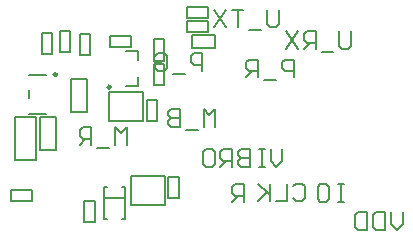
<source format=gbo>
G04 Layer_Color=32896*
%FSLAX44Y44*%
%MOMM*%
G71*
G01*
G75*
%ADD43C,0.2000*%
%ADD44C,0.2500*%
%ADD55C,0.2540*%
D43*
X112000Y160255D02*
Y169005D01*
Y160005D02*
Y160255D01*
X94000Y160005D02*
X112000D01*
X94000D02*
Y169005D01*
X112000D01*
X36500Y172250D02*
X45250D01*
X45500D01*
Y154250D02*
Y172250D01*
X36500Y154250D02*
X45500D01*
X36500D02*
Y172250D01*
X51716Y174002D02*
X60466D01*
X60716D01*
Y156003D02*
Y174002D01*
X51716Y156003D02*
X60716D01*
X51716D02*
Y174002D01*
X28500Y30250D02*
Y39000D01*
Y30000D02*
Y30250D01*
X10500Y30000D02*
X28500D01*
X10500D02*
Y39000D01*
X28500D01*
X183000Y159742D02*
Y169992D01*
Y159492D02*
Y159742D01*
X177250Y159492D02*
X183000D01*
X163500D02*
X177250D01*
X163500D02*
Y169992D01*
X183000D01*
X61010Y104750D02*
Y132750D01*
X74510Y104750D02*
Y132750D01*
X61010D02*
X74510D01*
X61010Y104750D02*
X74510D01*
X48497Y72475D02*
Y100475D01*
X34997Y72475D02*
Y100475D01*
Y72475D02*
X48497D01*
X34997Y100475D02*
X48497D01*
X31995Y64449D02*
Y100475D01*
X13495Y64449D02*
X31995D01*
X13495D02*
Y80949D01*
Y100475D02*
X31995D01*
X13495Y80949D02*
Y100475D01*
X159500Y184997D02*
Y193747D01*
Y193997D01*
X177500D01*
Y184997D02*
Y193997D01*
X159500Y184997D02*
X177500D01*
X159255Y172994D02*
Y181745D01*
Y181994D01*
X177255D01*
Y172994D02*
Y181994D01*
X159255Y172994D02*
X177255D01*
X72750Y12000D02*
X81500D01*
X72500D02*
X72750D01*
X72500D02*
Y30000D01*
X81500D01*
Y12000D02*
Y30000D01*
X125253Y115500D02*
X134003D01*
X134253D01*
Y97500D02*
Y115500D01*
X125253Y97500D02*
X134253D01*
X125253D02*
Y115500D01*
X131493Y148503D02*
X140243D01*
X131243D02*
X131493D01*
X131243D02*
Y166502D01*
X140243D01*
Y148503D02*
Y166502D01*
X131493Y127500D02*
X140243D01*
X131243D02*
X131493D01*
X131243D02*
Y145500D01*
X140243D01*
Y127500D02*
Y145500D01*
X68500Y171500D02*
X77250D01*
X77500D01*
Y153500D02*
Y171500D01*
X68500Y153500D02*
X77500D01*
X68500D02*
Y171500D01*
X144000Y32250D02*
X152750D01*
X143750D02*
X144000D01*
X143750D02*
Y50250D01*
X152750D01*
Y32250D02*
Y50250D01*
X26007Y103728D02*
X40007D01*
X25507Y116727D02*
Y123728D01*
X26007Y136727D02*
X40007D01*
X104746Y14500D02*
X107245D01*
Y41500D01*
X104746D02*
X107245D01*
X89245Y14500D02*
X91745D01*
X89245D02*
Y41500D01*
X91745D01*
X107245Y32250D02*
Y32750D01*
X89245Y32250D02*
X107245D01*
X118241Y149252D02*
Y157002D01*
X108241D02*
X118241D01*
Y127002D02*
Y134752D01*
X108241Y127002D02*
X118241D01*
X93250Y121750D02*
X109750D01*
X93250Y97250D02*
Y121750D01*
Y97250D02*
X122250D01*
Y121750D01*
X109750D02*
X122250D01*
X111748Y50500D02*
X128248D01*
X111748Y26000D02*
Y50500D01*
Y26000D02*
X140748D01*
Y50500D01*
X128248D02*
X140748D01*
X207750Y29000D02*
Y43995D01*
X200252D01*
X197753Y41496D01*
Y36498D01*
X200252Y33998D01*
X207750D01*
X202751D02*
X197753Y29000D01*
X249504Y41996D02*
X252003Y44496D01*
X257001D01*
X259500Y41996D01*
Y32000D01*
X257001Y29500D01*
X252003D01*
X249504Y32000D01*
X244505Y44496D02*
Y29500D01*
X234508D01*
X229510Y44496D02*
Y29500D01*
Y34499D01*
X219513Y44496D01*
X227011Y36998D01*
X219513Y29500D01*
X292500Y43995D02*
X287502D01*
X290001D01*
Y29000D01*
X292500D01*
X287502D01*
X272507Y43995D02*
X277505D01*
X280004Y41496D01*
Y31499D01*
X277505Y29000D01*
X272507D01*
X270007Y31499D01*
Y41496D01*
X272507Y43995D01*
X342000Y19995D02*
Y9998D01*
X337002Y5000D01*
X332003Y9998D01*
Y19995D01*
X327005D02*
Y5000D01*
X319507D01*
X317008Y7499D01*
Y17496D01*
X319507Y19995D01*
X327005D01*
X312010D02*
Y5000D01*
X304512D01*
X302013Y7499D01*
Y17496D01*
X304512Y19995D01*
X312010D01*
X237250Y191745D02*
Y179249D01*
X234751Y176750D01*
X229753D01*
X227253Y179249D01*
Y191745D01*
X222255Y174251D02*
X212258D01*
X207260Y191745D02*
X197263D01*
X202261D01*
Y176750D01*
X192265Y191745D02*
X182268Y176750D01*
Y191745D02*
X192265Y176750D01*
X298500Y173745D02*
Y161249D01*
X296001Y158750D01*
X291002D01*
X288503Y161249D01*
Y173745D01*
X283505Y156251D02*
X273508D01*
X268510Y158750D02*
Y173745D01*
X261012D01*
X258513Y171246D01*
Y166248D01*
X261012Y163748D01*
X268510D01*
X263511D02*
X258513Y158750D01*
X253514Y173745D02*
X243518Y158750D01*
Y173745D02*
X253514Y158750D01*
X240250Y73745D02*
Y63748D01*
X235252Y58750D01*
X230253Y63748D01*
Y73745D01*
X225255D02*
X220257D01*
X222756D01*
Y58750D01*
X225255D01*
X220257D01*
X212759Y73745D02*
Y58750D01*
X205261D01*
X202762Y61249D01*
Y63748D01*
X205261Y66248D01*
X212759D01*
X205261D01*
X202762Y68747D01*
Y71246D01*
X205261Y73745D01*
X212759D01*
X197764Y58750D02*
Y73745D01*
X190266D01*
X187767Y71246D01*
Y66248D01*
X190266Y63748D01*
X197764D01*
X192765D02*
X187767Y58750D01*
X175271Y73745D02*
X180269D01*
X182769Y71246D01*
Y61249D01*
X180269Y58750D01*
X175271D01*
X172772Y61249D01*
Y71246D01*
X175271Y73745D01*
X183500Y92250D02*
Y107245D01*
X178502Y102247D01*
X173503Y107245D01*
Y92250D01*
X168505Y89751D02*
X158508D01*
X153510Y107245D02*
Y92250D01*
X146012D01*
X143513Y94749D01*
Y97248D01*
X146012Y99748D01*
X153510D01*
X146012D01*
X143513Y102247D01*
Y104746D01*
X146012Y107245D01*
X153510D01*
X172500Y140000D02*
Y154995D01*
X165002D01*
X162503Y152496D01*
Y147498D01*
X165002Y144998D01*
X172500D01*
X157505Y137501D02*
X147508D01*
X132513Y152496D02*
X135012Y154995D01*
X140010D01*
X142510Y152496D01*
Y142499D01*
X140010Y140000D01*
X135012D01*
X132513Y142499D01*
Y147498D01*
X137511D01*
X249750Y134500D02*
Y149495D01*
X242252D01*
X239753Y146996D01*
Y141998D01*
X242252Y139498D01*
X249750D01*
X234755Y132001D02*
X224758D01*
X219760Y134500D02*
Y149495D01*
X212262D01*
X209763Y146996D01*
Y141998D01*
X212262Y139498D01*
X219760D01*
X214761D02*
X209763Y134500D01*
X108500Y77250D02*
Y92245D01*
X103502Y87247D01*
X98503Y92245D01*
Y77250D01*
X93505Y74751D02*
X83508D01*
X78510Y77250D02*
Y92245D01*
X71012D01*
X68513Y89746D01*
Y84748D01*
X71012Y82248D01*
X78510D01*
X73511D02*
X68513Y77250D01*
D44*
X94741Y126252D02*
G03*
X94741Y126252I-1250J0D01*
G01*
D55*
X49257Y136727D02*
G03*
X49257Y136727I-1250J0D01*
G01*
M02*

</source>
